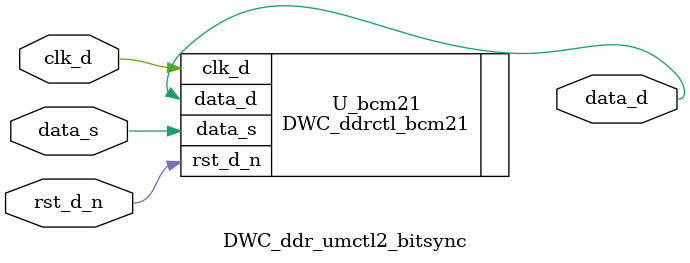
<source format=sv>

`include "DWC_ddrctl_all_defs.svh"
module DWC_ddr_umctl2_bitsync
  #(parameter BCM_SYNC_TYPE = 2,
    parameter BCM_VERIF_EN  = 0)
   (input          clk_d,
    input          rst_d_n,
      //ccx_tgl : U_bitsync_dis_regs_ecc_syndrome ; data_s; ; P80001562-175292: legacy tb toggles this signal but only when power removal occurs. AXI config don't run legacy power removal.
      //ccx_tgl : U_bitsync_dis_regs_ecc_syndrome ; data_d; ; P80001562-175292: legacy tb toggles this signal but only when power removal occurs. AXI config don't run legacy power removal.
    input          data_s,
    output         data_d);

   localparam WIDTH=1'b1;


      
         DWC_ddrctl_bcm21
         
           #(.WIDTH       (WIDTH),
             .F_SYNC_TYPE (BCM_SYNC_TYPE),
             .VERIF_EN    (BCM_VERIF_EN))
         U_bcm21
           (.clk_d    (clk_d),
            .rst_d_n  (rst_d_n),
            .data_s   (data_s),
            .data_d   (data_d)
            );
            
   
endmodule

</source>
